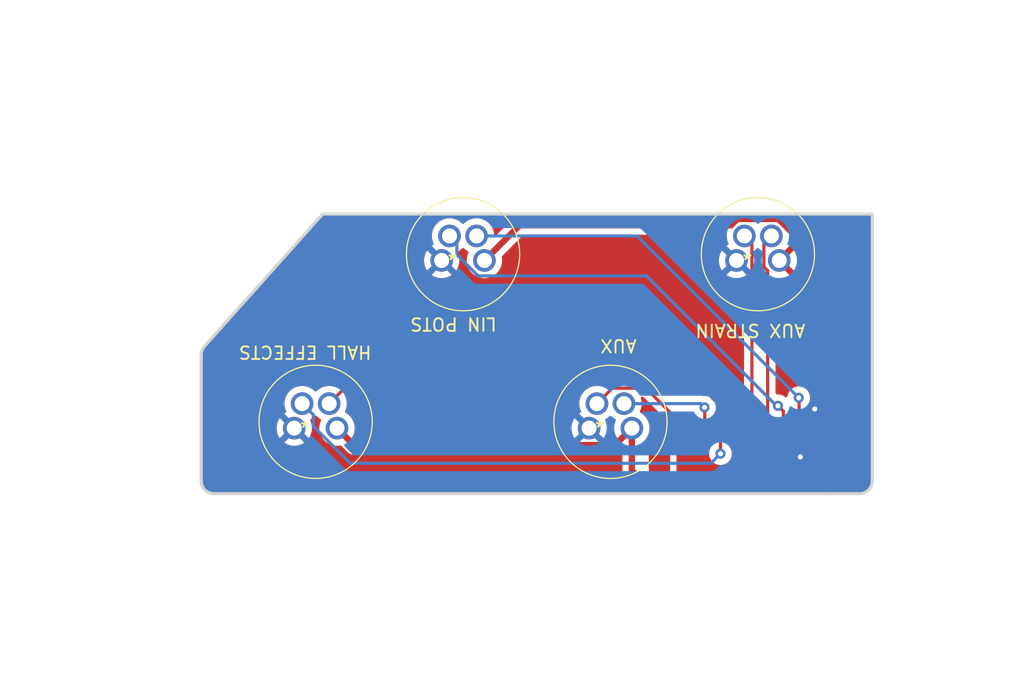
<source format=kicad_pcb>
(kicad_pcb (version 20221018) (generator pcbnew)
  (layers (0 "F.Cu" signal) (31 "B.Cu" signal) (34 "B.Paste" user) (35 "F.Paste" user) (36 "B.SilkS" user "B.Silkscreen") (37 "F.SilkS" user "F.Silkscreen") (38 "B.Mask" user) (39 "F.Mask" user) (44 "Edge.Cuts" user))
  (net 0 "")
  (net 1 "5v")
  (net 2 "Net-(J2-Pin_2)")
  (net 3 "GND")
  (net 4 "Net-(J2-Pin_4)")
  (net 5 "Net-(J3-Pin_2)")
  (net 6 "Net-(J3-Pin_4)")
  (net 7 "Net-(J4-Pin_2)")
  (net 8 "Net-(J4-Pin_4)")
  (net 9 "Net-(J5-Pin_2)")
  (net 10 "Net-(J5-Pin_4)")
  (footprint "peripheralio:SMD_picoblade_hori_1x10" (layer "F.Cu") (at 129.071 68.923 180)
    (fp_text reference "J6" hide)
    (fp_text value "Conn_01x10" hide)
    (pad "" smd roundrect (at 0.85 -3.05 180) (size 1.7 2.4) (layers "F.Cu" "F.Paste" "F.Mask"))
    (pad "" smd roundrect (at 16.7 -3.05 180) (size 1.7 2.4) (layers "F.Cu" "F.Paste" "F.Mask"))
    (pad "1" smd roundrect (at 14.35 -0.8 180) (size 0.6 1.6) (layers "F.Cu" "F.Paste" "F.Mask") (net 10 "Net-(J5-Pin_4)"))
    (pad "2" smd roundrect (at 13.1 -0.8 180) (size 0.6 1.6) (layers "F.Cu" "F.Paste" "F.Mask") (net 9 "Net-(J5-Pin_2)"))
    (pad "3" smd roundrect (at 11.85 -0.8 180) (size 0.6 1.6) (layers "F.Cu" "F.Paste" "F.Mask") (net 8 "Net-(J4-Pin_4)"))
    (pad "4" smd roundrect (at 10.6 -0.8 180) (size 0.6 1.6) (layers "F.Cu" "F.Paste" "F.Mask") (net 7 "Net-(J4-Pin_2)"))
    (pad "5" smd roundrect (at 9.35 -0.8 180) (size 0.6 1.6) (layers "F.Cu" "F.Paste" "F.Mask") (net 6 "Net-(J3-Pin_4)"))
    (pad "6" smd roundrect (at 8.1 -0.8 180) (size 0.6 1.6) (layers "F.Cu" "F.Paste" "F.Mask") (net 5 "Net-(J3-Pin_2)"))
    (pad "7" smd roundrect (at 6.85 -0.8 180) (size 0.6 1.6) (layers "F.Cu" "F.Paste" "F.Mask") (net 4 "Net-(J2-Pin_4)"))
    (pad "8" smd roundrect (at 5.6 -0.8 180) (size 0.6 1.6) (layers "F.Cu" "F.Paste" "F.Mask") (net 2 "Net-(J2-Pin_2)"))
    (pad "9" smd roundrect (at 4.35 -0.8 180) (size 0.6 1.6) (layers "F.Cu" "F.Paste" "F.Mask") (net 3 "GND"))
    (pad "10" smd roundrect (at 3.1 -0.8 180) (size 0.6 1.6) (layers "F.Cu" "F.Paste" "F.Mask") (net 1 "5v"))
  )
  (footprint "peripheralio:CONN_T4041017041-000_TEC" (layer "F.Cu") (at 120.196 55.63863)
    (fp_text reference "J3" hide)
    (fp_text value "Conn_01x04")
    (fp_text user "*" (at -0.839978 0.500799) (layer "F.SilkS"))
    (fp_text user "*" (at -0.839978 0.500799 unlocked) (layer "F.SilkS"))
    (fp_circle (center 0 0) (end 4.5 0) (stroke (width 0.1)) (fill none) (layer "F.SilkS"))
    (pad "1" thru_hole circle (at 1.700022 0.500799) (size 1.8 1.8) (drill 1.2) (layers "*.Cu" "*.Mask") (net 1 "5v"))
    (pad "2" thru_hole circle (at 1.074928 -1.4492) (size 1.8 1.8) (drill 1.2) (layers "*.Cu" "*.Mask") (net 5 "Net-(J3-Pin_2)"))
    (pad "3" thru_hole circle (at -1.700022 0.500799) (size 1.8 1.8) (drill 1.2) (layers "*.Cu" "*.Mask") (net 3 "GND"))
    (pad "4" thru_hole circle (at -1.074999 -1.4492) (size 1.8 1.8) (drill 1.2) (layers "*.Cu" "*.Mask") (net 6 "Net-(J3-Pin_4)"))
  )
  (footprint "peripheralio:CONN_T4041017041-000_TEC" (layer "F.Cu") (at 96.756 55.638629)
    (fp_text reference "J2" hide)
    (fp_text value "Conn_01x04" hide)
    (fp_text user "*" (at -0.839978 0.500799) (layer "F.SilkS"))
    (fp_text user "*" (at -0.839978 0.500799 unlocked) (layer "F.SilkS"))
    (fp_circle (center 0 0) (end 4.5 0) (stroke (width 0.1)) (fill none) (layer "F.SilkS"))
    (pad "1" thru_hole circle (at 1.700022 0.500799) (size 1.8 1.8) (drill 1.2) (layers "*.Cu" "*.Mask") (net 1 "5v"))
    (pad "2" thru_hole circle (at 1.074928 -1.4492) (size 1.8 1.8) (drill 1.2) (layers "*.Cu" "*.Mask") (net 2 "Net-(J2-Pin_2)"))
    (pad "3" thru_hole circle (at -1.700022 0.500799) (size 1.8 1.8) (drill 1.2) (layers "*.Cu" "*.Mask") (net 3 "GND"))
    (pad "4" thru_hole circle (at -1.074999 -1.4492) (size 1.8 1.8) (drill 1.2) (layers "*.Cu" "*.Mask") (net 4 "Net-(J2-Pin_4)"))
  )
  (footprint "peripheralio:CONN_T4041017041-000_TEC" (layer "F.Cu") (at 85.036 68.969059)
    (fp_text reference "J4" hide)
    (fp_text value "Conn_01x04" hide)
    (fp_text user "*" (at -0.839978 0.500799 unlocked) (layer "F.SilkS"))
    (fp_text user "*" (at -0.839978 0.500799) (layer "F.SilkS"))
    (fp_circle (center 0 0) (end 4.5 0) (stroke (width 0.1)) (fill none) (layer "F.SilkS"))
    (pad "1" thru_hole circle (at 1.700022 0.500799) (size 1.8 1.8) (drill 1.2) (layers "*.Cu" "*.Mask") (net 1 "5v"))
    (pad "2" thru_hole circle (at 1.074928 -1.4492) (size 1.8 1.8) (drill 1.2) (layers "*.Cu" "*.Mask") (net 7 "Net-(J4-Pin_2)"))
    (pad "3" thru_hole circle (at -1.700022 0.500799) (size 1.8 1.8) (drill 1.2) (layers "*.Cu" "*.Mask") (net 3 "GND"))
    (pad "4" thru_hole circle (at -1.074999 -1.4492) (size 1.8 1.8) (drill 1.2) (layers "*.Cu" "*.Mask") (net 8 "Net-(J4-Pin_4)"))
  )
  (footprint "peripheralio:CONN_T4041017041-000_TEC" (layer "F.Cu") (at 108.476 68.96906)
    (fp_text reference "J5" hide)
    (fp_text value "Conn_01x04" hide)
    (fp_text user "*" (at -0.839978 0.500799 unlocked) (layer "F.SilkS"))
    (fp_text user "*" (at -0.839978 0.500799) (layer "F.SilkS"))
    (fp_circle (center 0 0) (end 4.5 0) (stroke (width 0.1)) (fill none) (layer "F.SilkS"))
    (pad "1" thru_hole circle (at 1.700022 0.500799) (size 1.8 1.8) (drill 1.2) (layers "*.Cu" "*.Mask") (net 1 "5v"))
    (pad "2" thru_hole circle (at 1.074928 -1.4492) (size 1.8 1.8) (drill 1.2) (layers "*.Cu" "*.Mask") (net 9 "Net-(J5-Pin_2)"))
    (pad "3" thru_hole circle (at -1.700022 0.500799) (size 1.8 1.8) (drill 1.2) (layers "*.Cu" "*.Mask") (net 3 "GND"))
    (pad "4" thru_hole circle (at -1.074999 -1.4492) (size 1.8 1.8) (drill 1.2) (layers "*.Cu" "*.Mask") (net 10 "Net-(J5-Pin_4)"))
  )
  (gr_line (start 129.286 73.676) (end 129.286 52.451) (stroke (width 0.25)) (layer "Edge.Cuts"))
  (gr_arc (start 129.286 73.676) (mid 128.993107 74.383107) (end 128.286 74.676) (stroke (width 0.25)) (layer "Edge.Cuts"))
  (gr_line (start 85.598 52.451) (end 76.202706 62.960771) (stroke (width 0.25)) (layer "Edge.Cuts"))
  (gr_arc (start 76.946 74.676) (mid 76.238893 74.383107) (end 75.946 73.676) (stroke (width 0.25)) (layer "Edge.Cuts"))
  (gr_line (start 125.786 74.676) (end 76.946 74.676) (stroke (width 0.25)) (layer "Edge.Cuts"))
  (gr_line (start 129.286 52.451) (end 85.598 52.451) (stroke (width 0.25)) (layer "Edge.Cuts"))
  (gr_arc (start 75.946 63.629736) (mid 76.01238 63.271472) (end 76.202706 62.960771) (stroke (width 0.25)) (layer "Edge.Cuts"))
  (gr_line (start 128.286 74.676) (end 125.786 74.676) (stroke (width 0.25)) (layer "Edge.Cuts"))
  (gr_line (start 75.946 73.676) (end 75.946 63.629736) (stroke (width 0.25)) (layer "Edge.Cuts"))
  (gr_text "LIN POTS" (at 99.5172 60.6044 180) (layer "F.SilkS") (effects (font (size 1 1)) (justify left bottom)))
  (gr_text "AUX STRAIN" (at 124.0536 61.1124 180) (layer "F.SilkS") (effects (font (size 1 1)) (justify left bottom)))
  (gr_text "HALL EFFECTS" (at 89.5604 62.8396 180) (layer "F.SilkS") (effects (font (size 1 1)) (justify left bottom)))
  (gr_text "AUX" (at 110.6424 62.3316 180) (layer "F.SilkS") (effects (font (size 1 1)) (justify left bottom)))
  (segment (start 121.896022 56.139429) (end 125.971 60.214407) (width 0.5) (layer "F.Cu") (net 1))
  (segment (start 122.936 55.099451) (end 121.896022 56.139429) (width 0.5) (layer "F.Cu") (net 1))
  (segment (start 86.736022 69.469858) (end 88.086023 70.819859) (width 0.5) (layer "F.Cu") (net 1))
  (segment (start 88.086023 70.819859) (end 108.826022 70.819859) (width 0.5) (layer "F.Cu") (net 1))
  (segment (start 123.317 73.914) (end 125.971 71.26) (width 0.5) (layer "F.Cu") (net 1))
  (segment (start 118.061242 53.34) (end 118.561812 52.83943) (width 0.5) (layer "F.Cu") (net 1))
  (segment (start 125.971 60.214407) (end 125.971 69.723) (width 0.5) (layer "F.Cu") (net 1))
  (segment (start 108.826022 70.819859) (end 110.176022 69.469859) (width 0.5) (layer "F.Cu") (net 1))
  (segment (start 110.176022 72.838022) (end 111.252 73.914) (width 0.5) (layer "F.Cu") (net 1))
  (segment (start 121.830117 52.83943) (end 122.936 53.945313) (width 0.5) (layer "F.Cu") (net 1))
  (segment (start 110.176022 69.469859) (end 110.176022 72.838022) (width 0.5) (layer "F.Cu") (net 1))
  (segment (start 111.252 73.914) (end 123.317 73.914) (width 0.5) (layer "F.Cu") (net 1))
  (segment (start 122.936 53.945313) (end 122.936 55.099451) (width 0.5) (layer "F.Cu") (net 1))
  (segment (start 101.25545 53.34) (end 118.061242 53.34) (width 0.5) (layer "F.Cu") (net 1))
  (segment (start 125.971 71.26) (end 125.971 69.723) (width 0.5) (layer "F.Cu") (net 1))
  (segment (start 118.561812 52.83943) (end 121.830117 52.83943) (width 0.5) (layer "F.Cu") (net 1))
  (segment (start 98.456022 56.139428) (end 101.25545 53.34) (width 0.5) (layer "F.Cu") (net 1))
  (segment (start 123.471 67.083) (end 123.471 69.723) (width 0.25) (layer "F.Cu") (net 2))
  (segment (start 123.444 67.056) (end 123.471 67.083) (width 0.25) (layer "F.Cu") (net 2))
  (via (at 123.444 67.056) (size 0.8) (drill 0.4) (layers "F.Cu" "B.Cu") (net 2))
  (segment (start 110.577429 54.189429) (end 97.830928 54.189429) (width 0.25) (layer "B.Cu") (net 2))
  (segment (start 123.444 67.056) (end 110.577429 54.189429) (width 0.25) (layer "B.Cu") (net 2))
  (segment (start 124.721 70.605) (end 123.571 71.755) (width 0.25) (layer "F.Cu") (net 3))
  (segment (start 124.721 67.952) (end 124.714 67.945) (width 0.25) (layer "F.Cu") (net 3))
  (segment (start 124.721 69.723) (end 124.721 67.952) (width 0.25) (layer "F.Cu") (net 3))
  (segment (start 124.721 69.723) (end 124.721 70.605) (width 0.25) (layer "F.Cu") (net 3))
  (via (at 124.714 67.945) (size 0.8) (drill 0.4) (layers "F.Cu" "B.Cu") (net 3))
  (via (at 123.571 71.755) (size 0.8) (drill 0.4) (layers "F.Cu" "B.Cu") (net 3))
  (segment (start 122.221 68.127598) (end 122.221 69.723) (width 0.25) (layer "F.Cu") (net 4))
  (segment (start 121.788701 67.695299) (end 122.221 68.127598) (width 0.25) (layer "F.Cu") (net 4))
  (via (at 121.788701 67.695299) (size 0.8) (drill 0.4) (layers "F.Cu" "B.Cu") (net 4))
  (segment (start 111.339428 57.364428) (end 97.94861 57.364428) (width 0.25) (layer "B.Cu") (net 4))
  (segment (start 96.266 55.681818) (end 96.266 54.774428) (width 0.25) (layer "B.Cu") (net 4))
  (segment (start 121.670299 67.695299) (end 111.339428 57.364428) (width 0.25) (layer "B.Cu") (net 4))
  (segment (start 121.788701 67.695299) (end 121.670299 67.695299) (width 0.25) (layer "B.Cu") (net 4))
  (segment (start 96.266 54.774428) (end 95.681001 54.189429) (width 0.25) (layer "B.Cu") (net 4))
  (segment (start 97.94861 57.364428) (end 96.266 55.681818) (width 0.25) (layer "B.Cu") (net 4))
  (segment (start 120.671022 56.646841) (end 120.671022 54.789336) (width 0.25) (layer "F.Cu") (net 5))
  (segment (start 120.971 56.946819) (end 120.671022 56.646841) (width 0.25) (layer "F.Cu") (net 5))
  (segment (start 120.671022 54.789336) (end 121.270928 54.18943) (width 0.25) (layer "F.Cu") (net 5))
  (segment (start 120.971 69.723) (end 120.971 56.946819) (width 0.25) (layer "F.Cu") (net 5))
  (segment (start 119.721 54.789429) (end 119.121001 54.18943) (width 0.25) (layer "F.Cu") (net 6))
  (segment (start 119.721 69.723) (end 119.721 54.789429) (width 0.25) (layer "F.Cu") (net 6))
  (segment (start 86.110928 67.519859) (end 87.785927 65.84486) (width 0.25) (layer "F.Cu") (net 7))
  (segment (start 118.471 68.961) (end 118.471 69.723) (width 0.25) (layer "F.Cu") (net 7))
  (segment (start 115.35486 65.84486) (end 118.471 68.961) (width 0.25) (layer "F.Cu") (net 7))
  (segment (start 87.785927 65.84486) (end 115.35486 65.84486) (width 0.25) (layer "F.Cu") (net 7))
  (segment (start 117.221 69.723) (end 117.221 71.501) (width 0.25) (layer "F.Cu") (net 8))
  (via (at 117.221 71.501) (size 0.8) (drill 0.4) (layers "F.Cu" "B.Cu") (net 8))
  (segment (start 84.861001 68.419859) (end 83.961001 67.519859) (width 0.25) (layer "B.Cu") (net 8))
  (segment (start 117.221 71.501) (end 116.459 72.263) (width 0.25) (layer "B.Cu") (net 8))
  (segment (start 87.796752 72.263) (end 84.861001 69.327249) (width 0.25) (layer "B.Cu") (net 8))
  (segment (start 116.459 72.263) (end 87.796752 72.263) (width 0.25) (layer "B.Cu") (net 8))
  (segment (start 84.861001 69.327249) (end 84.861001 68.419859) (width 0.25) (layer "B.Cu") (net 8))
  (segment (start 115.971 69.723) (end 115.971 67.838) (width 0.25) (layer "F.Cu") (net 9))
  (segment (start 115.971 67.838) (end 115.951 67.818) (width 0.25) (layer "F.Cu") (net 9))
  (via (at 115.951 67.818) (size 0.8) (drill 0.4) (layers "F.Cu" "B.Cu") (net 9))
  (segment (start 115.65286 67.51986) (end 109.550928 67.51986) (width 0.25) (layer "B.Cu") (net 9))
  (segment (start 115.951 67.818) (end 115.65286 67.51986) (width 0.25) (layer "B.Cu") (net 9))
  (segment (start 114.721 69.723) (end 111.29286 66.29486) (width 0.25) (layer "F.Cu") (net 10))
  (segment (start 111.29286 66.29486) (end 108.626001 66.29486) (width 0.25) (layer "F.Cu") (net 10))
  (segment (start 108.626001 66.29486) (end 107.401001 67.51986) (width 0.25) (layer "F.Cu") (net 10))
  (zone (net 3) (net_name "GND") (layers "F&B.Cu") (connect_pads (clearance 0.5)) (min_thickness 0.25) (fill yes (thermal_gap 0.5) (thermal_bridge_width 0.5))
    (polygon (pts (xy 65.278 35.941) (xy 141.351 35.433) (xy 140.208 89.027) (xy 59.944 81.788)))
  )
)
</source>
